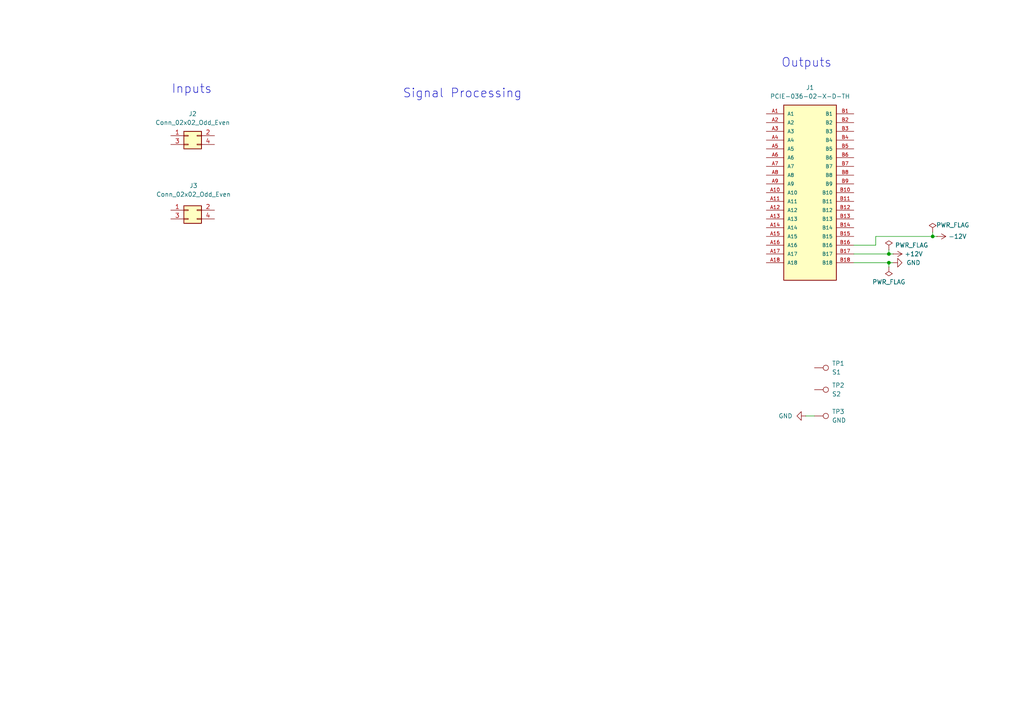
<source format=kicad_sch>
(kicad_sch (version 20250114) (generator "eeschema") (generator_version "9.0")
  (paper "A4")
  (lib_symbols
    (symbol "Connector:TestPoint" (pin_numbers (hide yes)) (pin_names (offset 0.762) (hide yes))
      (property "Reference" "TP" (at 0 6.858 0))
      (property "Value" "TestPoint" (at 0 5.08 0))
      (symbol "TestPoint_0_1"
        (circle (center 0 3.302) (radius 0.762))
      )
      (symbol "TestPoint_1_1"
        (pin passive line (at 0 0 90) (length 2.54) (name "1") (number "1"))
      )
    )
    (symbol "Connector_Generic:Conn_02x02_Odd_Even" (pin_names (offset 1.016) (hide yes))
      (property "Reference" "J" (at 1.27 2.54 0))
      (property "Value" "Conn_02x02_Odd_Even" (at 1.27 -5.08 0))
      (symbol "Conn_02x02_Odd_Even_1_1"
        (rectangle (start -1.27 1.27) (end 3.81 -3.81) (stroke (width 0.254)) (fill (type background)))
        (rectangle (start -1.27 0.127) (end 0 -0.127) (stroke (width 0.1524)))
        (rectangle (start -1.27 -2.413) (end 0 -2.667) (stroke (width 0.1524)))
        (rectangle (start 3.81 0.127) (end 2.54 -0.127) (stroke (width 0.1524)))
        (rectangle (start 3.81 -2.413) (end 2.54 -2.667) (stroke (width 0.1524)))
        (pin passive line (at -5.08 0 0) (length 3.81) (name "Pin_1") (number "1"))
        (pin passive line (at -5.08 -2.54 0) (length 3.81) (name "Pin_3") (number "3"))
        (pin passive line (at 7.62 0 180) (length 3.81) (name "Pin_2") (number "2"))
        (pin passive line (at 7.62 -2.54 180) (length 3.81) (name "Pin_4") (number "4"))
      )
    )
    (symbol "Link_Components:PCIE-036-02-X-D-TH" (pin_names (offset 1.016))
      (property "Reference" "J1" (at 0 30.48 0))
      (property "Value" "PCIE-036-02-X-D-TH" (at 0 27.94 0))
      (symbol "PCIE-036-02-X-D-TH_0_0"
        (rectangle (start -7.62 -25.4) (end 7.62 25.4) (stroke (width 0.254)) (fill (type background)))
        (pin passive line (at -12.7 22.86 0) (length 5.08) (name "A1") (number "A1"))
        (pin passive line (at -12.7 20.32 0) (length 5.08) (name "A2") (number "A2"))
        (pin passive line (at -12.7 17.78 0) (length 5.08) (name "A3") (number "A3"))
        (pin passive line (at -12.7 15.24 0) (length 5.08) (name "A4") (number "A4"))
        (pin passive line (at -12.7 12.7 0) (length 5.08) (name "A5") (number "A5"))
        (pin passive line (at -12.7 10.16 0) (length 5.08) (name "A6") (number "A6"))
        (pin passive line (at -12.7 7.62 0) (length 5.08) (name "A7") (number "A7"))
        (pin passive line (at -12.7 5.08 0) (length 5.08) (name "A8") (number "A8"))
        (pin passive line (at -12.7 2.54 0) (length 5.08) (name "A9") (number "A9"))
        (pin passive line (at -12.7 0 0) (length 5.08) (name "A10") (number "A10"))
        (pin passive line (at -12.7 -2.54 0) (length 5.08) (name "A11") (number "A11"))
        (pin passive line (at -12.7 -5.08 0) (length 5.08) (name "A12") (number "A12"))
        (pin passive line (at -12.7 -7.62 0) (length 5.08) (name "A13") (number "A13"))
        (pin passive line (at -12.7 -10.16 0) (length 5.08) (name "A14") (number "A14"))
        (pin passive line (at -12.7 -12.7 0) (length 5.08) (name "A15") (number "A15"))
        (pin passive line (at -12.7 -15.24 0) (length 5.08) (name "A16") (number "A16"))
        (pin passive line (at -12.7 -17.78 0) (length 5.08) (name "A17") (number "A17"))
        (pin passive line (at -12.7 -20.32 0) (length 5.08) (name "A18") (number "A18"))
        (pin passive line (at 12.7 22.86 180) (length 5.08) (name "B1") (number "B1"))
        (pin passive line (at 12.7 20.32 180) (length 5.08) (name "B2") (number "B2"))
        (pin passive line (at 12.7 17.78 180) (length 5.08) (name "B3") (number "B3"))
        (pin passive line (at 12.7 15.24 180) (length 5.08) (name "B4") (number "B4"))
        (pin passive line (at 12.7 12.7 180) (length 5.08) (name "B5") (number "B5"))
        (pin passive line (at 12.7 10.16 180) (length 5.08) (name "B6") (number "B6"))
        (pin passive line (at 12.7 7.62 180) (length 5.08) (name "B7") (number "B7"))
        (pin passive line (at 12.7 5.08 180) (length 5.08) (name "B8") (number "B8"))
        (pin passive line (at 12.7 2.54 180) (length 5.08) (name "B9") (number "B9"))
        (pin passive line (at 12.7 0 180) (length 5.08) (name "B10") (number "B10"))
        (pin passive line (at 12.7 -2.54 180) (length 5.08) (name "B11") (number "B11"))
        (pin passive line (at 12.7 -5.08 180) (length 5.08) (name "B12") (number "B12"))
        (pin passive line (at 12.7 -7.62 180) (length 5.08) (name "B13") (number "B13"))
        (pin passive line (at 12.7 -10.16 180) (length 5.08) (name "B14") (number "B14"))
        (pin passive line (at 12.7 -12.7 180) (length 5.08) (name "B15") (number "B15"))
        (pin passive line (at 12.7 -15.24 180) (length 5.08) (name "B16") (number "B16"))
        (pin passive line (at 12.7 -20.32 180) (length 5.08) (name "B18") (number "B18"))
      )
      (symbol "PCIE-036-02-X-D-TH_1_0"
        (pin passive line (at 12.7 -17.78 180) (length 5.08) (name "B17") (number "B17"))
      )
    )
    (symbol "power:+12V" (power) (pin_numbers (hide yes)) (pin_names (offset 0) (hide yes))
      (property "Value" "+12V" (at 0 3.556 0))
      (symbol "+12V_0_1"
        (polyline (pts (xy -0.762 1.27) (xy 0 2.54)))
        (polyline (pts (xy 0 2.54) (xy 0.762 1.27)))
        (polyline (pts (xy 0 0) (xy 0 2.54)))
      )
      (symbol "+12V_1_1"
        (pin power_in line (at 0 0 90) (length 0) (name "~") (number "1"))
      )
    )
    (symbol "power:GND" (power) (pin_numbers (hide yes)) (pin_names (offset 0) (hide yes))
      (property "Value" "GND" (at 0 -3.81 0))
      (symbol "GND_0_1"
        (polyline (pts (xy 0 0) (xy 0 -1.27) (xy 1.27 -1.27) (xy 0 -2.54) (xy -1.27 -1.27) (xy 0 -1.27)))
      )
      (symbol "GND_1_1"
        (pin power_in line (at 0 0 270) (length 0) (name "~") (number "1"))
      )
    )
    (symbol "power:PWR_FLAG" (power) (pin_numbers (hide yes)) (pin_names (offset 0) (hide yes))
      (property "Value" "PWR_FLAG" (at 0 3.81 0))
      (symbol "PWR_FLAG_0_0"
        (pin power_out line (at 0 0 90) (length 0) (name "~") (number "1"))
      )
      (symbol "PWR_FLAG_0_1"
        (polyline (pts (xy 0 0) (xy 0 1.27) (xy -1.016 1.905) (xy 0 2.54) (xy 1.016 1.905) (xy 0 1.27)))
      )
    )
  )
  (text "Inputs\n" (at 55.626 25.908 0) (effects (font (size 2.54 2.54))))
  (text "Outputs" (at 233.934 18.288 0) (effects (font (size 2.54 2.54))))
  (text "Signal Processing" (at 134.112 27.178 0) (effects (font (size 2.54 2.54))))
  (junction (at 257.81 73.66))
  (junction (at 270.51 68.58))
  (junction (at 257.81 76.2))
  (wire (pts (xy 247.65 73.66) (xy 257.81 73.66)))
  (wire (pts (xy 257.81 76.2) (xy 259.08 76.2)))
  (wire (pts (xy 259.08 73.66) (xy 257.81 73.66)))
  (wire (pts (xy 233.68 120.65) (xy 236.22 120.65)))
  (wire (pts (xy 257.81 72.39) (xy 257.81 73.66)))
  (wire (pts (xy 257.81 77.47) (xy 257.81 76.2)))
  (wire (pts (xy 247.65 76.2) (xy 257.81 76.2)))
  (wire (pts (xy 270.51 68.58) (xy 271.78 68.58)))
  (wire (pts (xy 270.51 67.31) (xy 270.51 68.58)))
  (wire (pts (xy 254 71.12) (xy 254 68.58)))
  (wire (pts (xy 254 68.58) (xy 270.51 68.58)))
  (wire (pts (xy 247.65 71.12) (xy 254 71.12)))
  (symbol (lib_id "power:+12V") (at 259.08 73.66 270) (unit 1)
    (property "Reference" "#PWR04" (effects (hide yes)))
    (property "Value" "+12V" (at 262.382 73.66 90) (effects (justify left)))
    (property "Description" "Power symbol creates a global label with name \"+12V\"" (effects (hide yes)))
  )
  (symbol (lib_id "Connector:TestPoint") (at 236.22 106.68 270) (unit 1)
    (property "Reference" "TP1" (at 241.3 105.4099 90) (effects (justify left)))
    (property "Value" "S1" (at 241.3 107.9499 90) (effects (justify left)))
    (property "Footprint" "Link Footprints:Keystone_5017" (effects (hide yes)))
    (property "Description" "test point" (effects (hide yes)))
  )
  (symbol (lib_id "power:PWR_FLAG") (at 257.81 77.47 180) (unit 1)
    (property "Reference" "#FLG03" (effects (hide yes)))
    (property "Value" "PWR_FLAG" (at 257.81 81.788 0))
    (property "Description" "Special symbol for telling ERC where power comes from" (effects (hide yes)))
  )
  (symbol (lib_id "power:PWR_FLAG") (at 270.51 67.31 0) (unit 1)
    (property "Reference" "#FLG04" (effects (hide yes)))
    (property "Value" "PWR_FLAG" (at 276.352 65.278 0))
    (property "Description" "Special symbol for telling ERC where power comes from" (effects (hide yes)))
  )
  (symbol (lib_id "Connector_Generic:Conn_02x02_Odd_Even") (at 54.61 60.96 0) (unit 1)
    (property "Reference" "J3" (at 56.134 53.848 0))
    (property "Value" "Conn_02x02_Odd_Even" (at 56.134 56.388 0))
    (property "Footprint" "Link Footprints:PC-1053864" (effects (hide yes)))
    (property "Description" "Generic connector, double row, 02x02, odd/even pin numbering scheme (row 1 odd numbers, row 2 even numbers), script generated (kicad-library-utils/schlib/autogen/connector/)" (effects (hide yes)))
  )
  (symbol (lib_id "Connector:TestPoint") (at 236.22 120.65 270) (unit 1)
    (property "Reference" "TP3" (at 241.3 119.3799 90) (effects (justify left)))
    (property "Value" "GND" (at 241.3 121.9199 90) (effects (justify left)))
    (property "Footprint" "Link Footprints:Keystone_5017" (effects (hide yes)))
    (property "Description" "test point" (effects (hide yes)))
  )
  (symbol (lib_id "Connector_Generic:Conn_02x02_Odd_Even") (at 54.61 39.37 0) (unit 1)
    (property "Reference" "J2" (at 55.88 33.02 0))
    (property "Value" "Conn_02x02_Odd_Even" (at 55.88 35.56 0))
    (property "Footprint" "Link Footprints:PC-1053864" (effects (hide yes)))
    (property "Description" "Generic connector, double row, 02x02, odd/even pin numbering scheme (row 1 odd numbers, row 2 even numbers), script generated (kicad-library-utils/schlib/autogen/connector/)" (effects (hide yes)))
  )
  (symbol (lib_id "Connector:TestPoint") (at 236.22 113.03 270) (unit 1)
    (property "Reference" "TP2" (at 241.3 111.7599 90) (effects (justify left)))
    (property "Value" "S2" (at 241.3 114.2999 90) (effects (justify left)))
    (property "Footprint" "Link Footprints:Keystone_5017" (effects (hide yes)))
    (property "Description" "test point" (effects (hide yes)))
  )
  (symbol (lib_id "power:+12V") (at 271.78 68.58 270) (unit 1)
    (property "Reference" "#PWR09" (effects (hide yes)))
    (property "Value" "-12V" (at 275.082 68.58 90) (effects (justify left)))
    (property "Description" "Power symbol creates a global label with name \"+12V\"" (effects (hide yes)))
  )
  (symbol (lib_id "Link_Components:PCIE-036-02-X-D-TH") (at 234.95 55.88 0) (unit 1)
    (property "Reference" "J1" (at 234.95 25.4 0))
    (property "Value" "PCIE-036-02-X-D-TH" (at 234.95 27.94 0))
    (property "Footprint" "Connector_PCBEdge:BUS_PCIexpress_x1" (effects (hide yes)))
    (property "PARTREV" "D" (effects (hide yes)))
    (property "STANDARD" "Manufacturer Recommendations" (effects (hide yes)))
    (property "MAXIMUM_PACKAGE_HEIGHT" "11.38mm" (effects (hide yes)))
    (property "MANUFACTURER" "Samtec Inc" (effects (hide yes)))
  )
  (symbol (lib_id "power:GND") (at 259.08 76.2 90) (unit 1)
    (property "Reference" "#PWR08" (effects (hide yes)))
    (property "Value" "GND" (at 262.89 76.1999 90) (effects (justify right)))
    (property "Description" "Power symbol creates a global label with name \"GND\" , ground" (effects (hide yes)))
  )
  (symbol (lib_id "power:GND") (at 233.68 120.65 270) (unit 1)
    (property "Reference" "#PWR020" (effects (hide yes)))
    (property "Value" "GND" (at 229.87 120.6499 90) (effects (justify right)))
    (property "Description" "Power symbol creates a global label with name \"GND\" , ground" (effects (hide yes)))
  )
  (symbol (lib_id "power:PWR_FLAG") (at 257.81 72.39 0) (unit 1)
    (property "Reference" "#FLG02" (effects (hide yes)))
    (property "Value" "PWR_FLAG" (at 264.414 71.12 0))
    (property "Description" "Special symbol for telling ERC where power comes from" (effects (hide yes)))
  )
)
</source>
